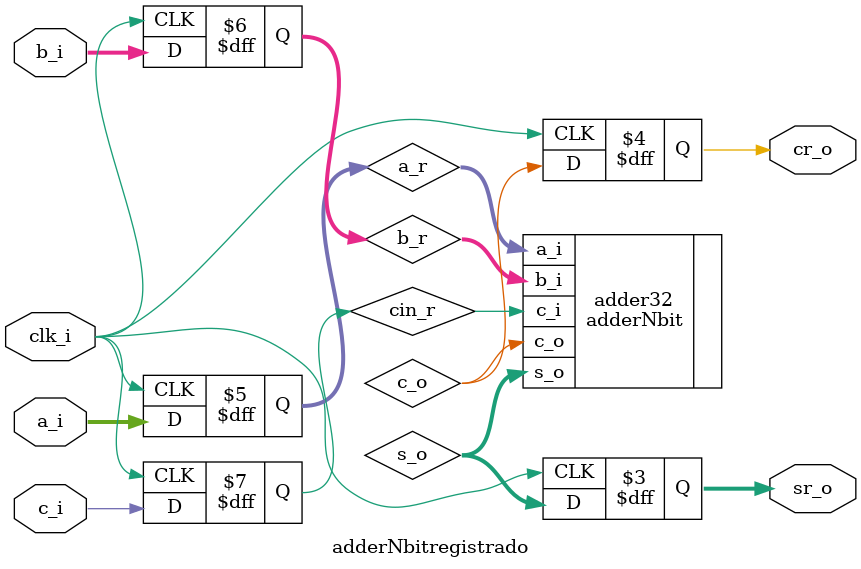
<source format=v>
module adderNbitregistrado #(
	parameter N = 32
	)(
	
	input							clk_i,
	input				[N-1:0]	a_i,
	input				[N-1:0]	b_i,
	input							c_i,
	output reg		[N-1:0]	sr_o,
	output reg					cr_o

);

	//definicion de señales para registrar
	reg		[N-1:0] a_r;
	reg		[N-1:0] b_r;
	reg				  cin_r;
	wire		[N-1:0] s_o;
	wire				  c_o;
	
	//registramos señales
	always @(posedge clk_i)
	begin
		a_r	<=			a_i;
		b_r	<=			b_i;
		cin_r	<=			c_i;
	end
	
	//instanciamos sumador
	adderNbit adder32(
		.a_i						(a_r),
		.b_i						(b_r),
		.c_i						(cin_r),
		.s_o						(s_o),
		.c_o						(c_o)
	);
	
	//registrar las salidas
	always @(posedge clk_i)
	begin
		sr_o	<=	s_o;
		cr_o	<=	c_o;
	end
endmodule
</source>
